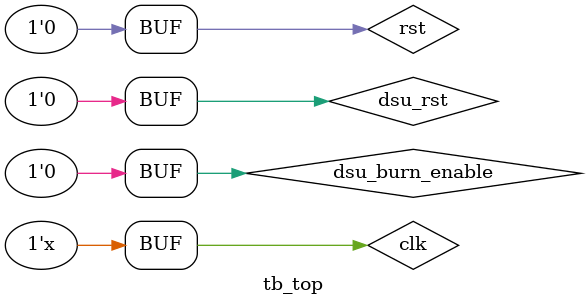
<source format=v>
/*
 * File:        tb_top.v
 * Project:     pippo
 * Designer:    kiss@pwrsemi
 * Mainteiner:  kiss@pwrsemi
 * Checker:
 * Description:
 *      testbench for pippo-based system
 */

// synopsys translate_off
`include "timescale.v"
// synopsys translate_on
`include "def_pippo.v"

module tb_top();

reg  		clk;
reg  		rst;
reg         dsu_rst;
reg         dsu_burn_enable;

//
// interconnections
//
wire	[31:0]		iimx_adr_o;
wire				iimx_rqt_o;
wire	[31:0]		iimx_dat_i;
wire				iimx_ack_i;
wire				iimx_rty_i;
wire				iimx_err_i;
wire	[31:0]		iimx_adr_i;


wire	[31:0]		dimx_adr_o;
wire				dimx_rqt_o;
wire				dimx_we_o;
wire	[3:0]		dimx_sel_o;
wire	[31:0]		dimx_dat_o;
wire	[31:0]		dimx_dat_i;
wire				dimx_ack_i;
wire				dimx_err_i;

wire    RS232_TX_DATA;
wire    RS232_RX_DATA;

wire    [7:0]   tb_rx_data;
wire    tb_rx_done;

wire    tb_tx_start;
wire    tb_tx_busy;
wire    [7:0]   tb_tx_data;

//
// clk & rst
//
parameter HalfClkCycle  = 7.8;  // FPGA_64MHZ
parameter RstTime = 3;

initial begin
    rst = 0; 
    dsu_rst = 0; 
    dsu_burn_enable = 0; 
    #RstTime rst = 1;
    dsu_rst = 1; 
    #RstTime rst = 0;
    dsu_rst = 0; 
end

initial
    clk = 1;  
always #HalfClkCycle clk = ~clk;

//
// virtual console
//
always @ (tb_rx_done or tb_rx_data) begin
    if (tb_rx_done)
    $write("%s",tb_rx_data);
end

//
// DUT
//
top_pss top_pss(    
    .clk(clk), 
    .rst(rst),

    .dsu_rst(dsu_rst),
    .dsu_burn_enable(dsu_burn_enable),
   	.dsu_sram_we(dsu_sram_we),

	.txd(RS232_TX_DATA),
	.rxd(RS232_RX_DATA),

    .iimx_adr_o(iimx_adr_o),
	.iimx_rqt_o(iimx_rqt_o),
	.iimx_rty_i(iimx_rty_i),
	.iimx_ack_i(iimx_ack_i),
	.iimx_err_i(iimx_err_i),
	.iimx_dat_i(iimx_dat_i),
	.iimx_adr_i(iimx_adr_i),
	
    .dimx_adr_o(dimx_adr_o),
    .dimx_rqt_o(dimx_rqt_o),
    .dimx_we_o(dimx_we_o),
    .dimx_sel_o(dimx_sel_o),
    .dimx_dat_o(dimx_dat_o),
    .dimx_dat_i(dimx_dat_i),
    .dimx_ack_i(dimx_ack_i),
    .dimx_err_i(dimx_err_i)
); 

//
// peripheral uartlite model
//
tb_dsu_rx tb_dsu_rx(
    .clk(clk), 
    .rst(rst), 
    .RxD(RS232_TX_DATA), 
    .RxD_data_ready(tb_rx_done), 
    .RxD_data(tb_rx_data), 
    .RxD_endofpacket(), 
    .RxD_idle()
);

tb_dsu_tx tb_dsu_tx(
    .clk(clk), 
    .rst(rst), 
    .TxD_start(tb_tx_start), 
    .TxD_data(tb_tx_data), 
    .TxD(RS232_RX_DATA), 
    .TxD_busy(tb_tx_busy)
);

endmodule



</source>
